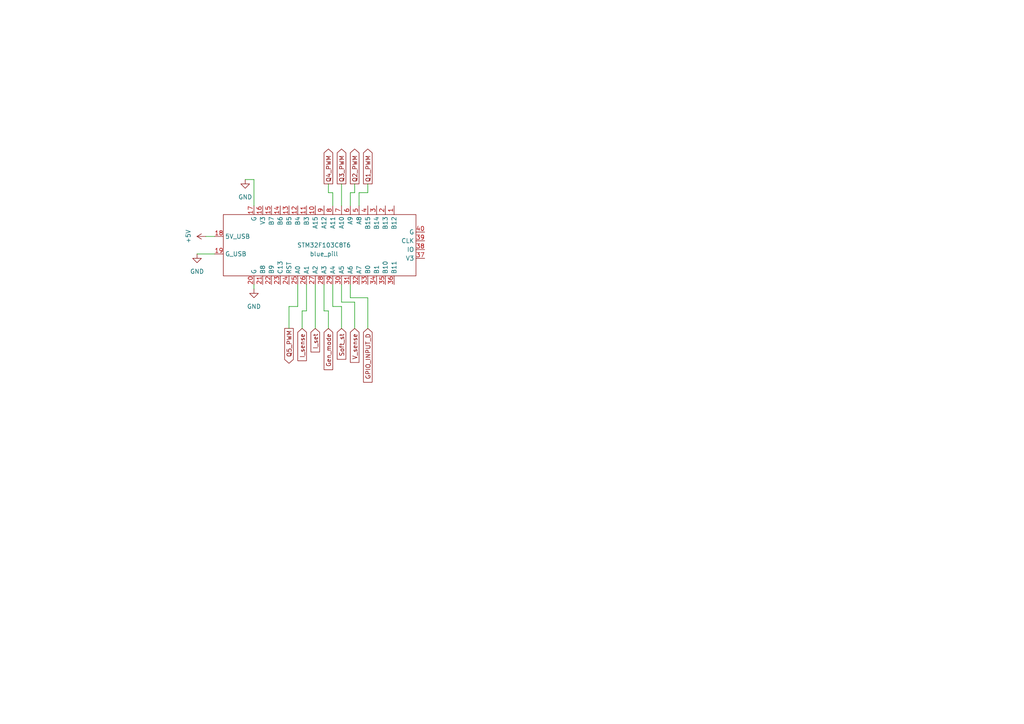
<source format=kicad_sch>
(kicad_sch (version 20211123) (generator eeschema)
  (paper "A4")
  (lib_symbols
    (symbol "ee463_symbol_library:blue_pill"
      (property "Reference" "STM32F103C8T6" (at 15.24 30.48 0))
      (property "Value" "blue_pill" (at 17.78 27.94 0))
      (symbol "blue_pill_0_1"
        (rectangle (start -8.89 27.94) (end 8.89 -27.94))
      )
      (symbol "blue_pill_1_1"
        (pin bidirectional line (at -11.43 21.59 0) (length 2.54) (name "B12") (number "1"))
        (pin bidirectional line (at -11.43 -1.27 0) (length 2.54) (name "A15") (number "10"))
        (pin bidirectional line (at -11.43 -3.81 0) (length 2.54) (name "B3") (number "11"))
        (pin bidirectional line (at -11.43 -6.35 0) (length 2.54) (name "B4") (number "12"))
        (pin bidirectional line (at -11.43 -8.89 0) (length 2.54) (name "B5") (number "13"))
        (pin bidirectional line (at -11.43 -11.43 0) (length 2.54) (name "B6") (number "14"))
        (pin bidirectional line (at -11.43 -13.97 0) (length 2.54) (name "B7") (number "15"))
        (pin bidirectional line (at -11.43 -16.51 0) (length 2.54) (name "V3") (number "16"))
        (pin bidirectional line (at -11.43 -19.05 0) (length 2.54) (name "G") (number "17"))
        (pin bidirectional line (at -2.54 -30.48 90) (length 2.54) (name "5V_USB") (number "18"))
        (pin bidirectional line (at 2.54 -30.48 90) (length 2.54) (name "G_USB") (number "19"))
        (pin bidirectional line (at -11.43 19.05 0) (length 2.54) (name "B13") (number "2"))
        (pin bidirectional line (at 11.43 -19.05 180) (length 2.54) (name "G") (number "20"))
        (pin bidirectional line (at 11.43 -16.51 180) (length 2.54) (name "B8") (number "21"))
        (pin bidirectional line (at 11.43 -13.97 180) (length 2.54) (name "B9") (number "22"))
        (pin bidirectional line (at 11.43 -11.43 180) (length 2.54) (name "C13") (number "23"))
        (pin bidirectional line (at 11.43 -8.89 180) (length 2.54) (name "RST") (number "24"))
        (pin bidirectional line (at 11.43 -6.35 180) (length 2.54) (name "A0") (number "25"))
        (pin bidirectional line (at 11.43 -3.81 180) (length 2.54) (name "A1") (number "26"))
        (pin bidirectional line (at 11.43 -1.27 180) (length 2.54) (name "A2") (number "27"))
        (pin bidirectional line (at 11.43 1.27 180) (length 2.54) (name "A3") (number "28"))
        (pin bidirectional line (at 11.43 3.81 180) (length 2.54) (name "A4") (number "29"))
        (pin bidirectional line (at -11.43 16.51 0) (length 2.54) (name "B14") (number "3"))
        (pin bidirectional line (at 11.43 6.35 180) (length 2.54) (name "A5") (number "30"))
        (pin bidirectional line (at 11.43 8.89 180) (length 2.54) (name "A6") (number "31"))
        (pin bidirectional line (at 11.43 11.43 180) (length 2.54) (name "A7") (number "32"))
        (pin bidirectional line (at 11.43 13.97 180) (length 2.54) (name "B0") (number "33"))
        (pin bidirectional line (at 11.43 16.51 180) (length 2.54) (name "B1") (number "34"))
        (pin bidirectional line (at 11.43 19.05 180) (length 2.54) (name "B10") (number "35"))
        (pin bidirectional line (at 11.43 21.59 180) (length 2.54) (name "B11") (number "36"))
        (pin bidirectional line (at 3.81 30.48 270) (length 2.54) (name "V3") (number "37"))
        (pin bidirectional line (at 1.27 30.48 270) (length 2.54) (name "IO") (number "38"))
        (pin bidirectional line (at -1.27 30.48 270) (length 2.54) (name "CLK") (number "39"))
        (pin bidirectional line (at -11.43 13.97 0) (length 2.54) (name "B15") (number "4"))
        (pin bidirectional line (at -3.81 30.48 270) (length 2.54) (name "G") (number "40"))
        (pin bidirectional line (at -11.43 11.43 0) (length 2.54) (name "A8") (number "5"))
        (pin bidirectional line (at -11.43 8.89 0) (length 2.54) (name "A9") (number "6"))
        (pin bidirectional line (at -11.43 6.35 0) (length 2.54) (name "A10") (number "7"))
        (pin bidirectional line (at -11.43 3.81 0) (length 2.54) (name "A11") (number "8"))
        (pin bidirectional line (at -11.43 1.27 0) (length 2.54) (name "A12") (number "9"))
      )
    )
    (symbol "power:+5V" (power) (pin_names (offset 0))
      (property "Value" "+5V" (at 0 3.556 0))
      (symbol "+5V_0_1"
        (polyline (pts (xy -0.762 1.27) (xy 0 2.54)))
        (polyline (pts (xy 0 0) (xy 0 2.54)))
        (polyline (pts (xy 0 2.54) (xy 0.762 1.27)))
      )
      (symbol "+5V_1_1"
        (pin power_in line (at 0 0 90) (length 0) hide (name "+5V") (number "1"))
      )
    )
    (symbol "power:GND" (power) (pin_names (offset 0))
      (property "Value" "GND" (at 0 -3.81 0))
      (symbol "GND_0_1"
        (polyline (pts (xy 0 0) (xy 0 -1.27) (xy 1.27 -1.27) (xy 0 -2.54) (xy -1.27 -1.27) (xy 0 -1.27)))
      )
      (symbol "GND_1_1"
        (pin power_in line (at 0 0 270) (length 0) hide (name "GND") (number "1"))
      )
    )
  )
  (wire (pts (xy 101.6 86.36) (xy 106.68 86.36)))
  (wire (pts (xy 96.52 88.9) (xy 99.06 88.9)))
  (wire (pts (xy 102.87 87.63) (xy 102.87 95.25)))
  (wire (pts (xy 99.06 82.55) (xy 99.06 87.63)))
  (wire (pts (xy 59.69 68.58) (xy 62.23 68.58)))
  (wire (pts (xy 83.82 88.9) (xy 83.82 95.25)))
  (wire (pts (xy 95.25 95.25) (xy 95.25 90.17)))
  (wire (pts (xy 93.98 90.17) (xy 93.98 82.55)))
  (wire (pts (xy 88.9 90.17) (xy 87.63 90.17)))
  (wire (pts (xy 101.6 55.88) (xy 102.87 55.88)))
  (wire (pts (xy 95.25 90.17) (xy 93.98 90.17)))
  (wire (pts (xy 104.14 55.88) (xy 104.14 59.69)))
  (wire (pts (xy 106.68 55.88) (xy 106.68 53.34)))
  (wire (pts (xy 88.9 82.55) (xy 88.9 90.17)))
  (wire (pts (xy 101.6 82.55) (xy 101.6 86.36)))
  (wire (pts (xy 106.68 86.36) (xy 106.68 95.25)))
  (wire (pts (xy 104.14 55.88) (xy 106.68 55.88)))
  (wire (pts (xy 96.52 59.69) (xy 96.52 55.88)))
  (wire (pts (xy 102.87 55.88) (xy 102.87 53.34)))
  (wire (pts (xy 73.66 52.07) (xy 71.12 52.07)))
  (wire (pts (xy 95.25 53.34) (xy 95.25 55.88)))
  (wire (pts (xy 96.52 55.88) (xy 95.25 55.88)))
  (wire (pts (xy 86.36 82.55) (xy 86.36 88.9)))
  (wire (pts (xy 83.82 88.9) (xy 86.36 88.9)))
  (wire (pts (xy 99.06 87.63) (xy 102.87 87.63)))
  (wire (pts (xy 91.44 82.55) (xy 91.44 95.25)))
  (wire (pts (xy 73.66 82.55) (xy 73.66 83.82)))
  (wire (pts (xy 99.06 53.34) (xy 99.06 59.69)))
  (wire (pts (xy 73.66 59.69) (xy 73.66 52.07)))
  (wire (pts (xy 87.63 90.17) (xy 87.63 95.25)))
  (wire (pts (xy 57.15 73.66) (xy 62.23 73.66)))
  (wire (pts (xy 101.6 59.69) (xy 101.6 55.88)))
  (wire (pts (xy 96.52 82.55) (xy 96.52 88.9)))
  (wire (pts (xy 99.06 88.9) (xy 99.06 95.25)))
  (global_label "Q1_PWM" (shape output) (at 106.68 53.34 90) (property "Intersheet References" "${INTERSHEET_REFS}" (effects hide)))
  (global_label "Q2_PWM" (shape output) (at 102.87 53.34 90) (property "Intersheet References" "${INTERSHEET_REFS}" (effects hide)))
  (global_label "Soft_st" (shape input) (at 99.06 95.25 270) (property "Intersheet References" "${INTERSHEET_REFS}" (effects hide)))
  (global_label "I_sense" (shape input) (at 87.63 95.25 270) (property "Intersheet References" "${INTERSHEET_REFS}" (effects hide)))
  (global_label "Gen_mode" (shape input) (at 95.25 95.25 270) (property "Intersheet References" "${INTERSHEET_REFS}" (effects hide)))
  (global_label "GPIO_INPUT_D" (shape input) (at 106.68 95.25 270) (property "Intersheet References" "${INTERSHEET_REFS}" (effects hide)))
  (global_label "Q5_PWM" (shape output) (at 83.82 95.25 270) (property "Intersheet References" "${INTERSHEET_REFS}" (effects hide)))
  (global_label "Q3_PWM" (shape output) (at 99.06 53.34 90) (property "Intersheet References" "${INTERSHEET_REFS}" (effects hide)))
  (global_label "Q4_PWM" (shape output) (at 95.25 53.34 90) (property "Intersheet References" "${INTERSHEET_REFS}" (effects hide)))
  (global_label "V_sense" (shape input) (at 102.87 95.25 270) (property "Intersheet References" "${INTERSHEET_REFS}" (effects hide)))
  (global_label "I_set" (shape input) (at 91.44 95.25 270) (property "Intersheet References" "${INTERSHEET_REFS}" (effects hide)))
  (symbol (lib_id "ee463_symbol_library:blue_pill") (at 92.71 71.12 270) (unit 1)
    (property "Reference" "STM32F103C8T6" (at 93.98 71.12 90))
    (property "Value" "blue_pill" (at 93.98 73.66 90))
    (property "Footprint" "ee463_footprint_lib:blue_pill" (effects hide))
  )
  (symbol (lib_id "power:+5V") (at 59.69 68.58 90) (unit 1)
    (property "Reference" "#PWR?" (effects hide))
    (property "Value" "+5V" (at 54.61 68.58 0))
  )
  (symbol (lib_id "power:GND") (at 71.12 52.07 0) (unit 1)
    (property "Reference" "#PWR09" (effects hide))
    (property "Value" "GND" (at 71.12 57.15 0))
  )
  (symbol (lib_id "power:GND") (at 57.15 73.66 0) (unit 1)
    (property "Reference" "#PWR?" (effects hide))
    (property "Value" "GND" (at 57.15 78.74 0))
  )
  (symbol (lib_id "power:GND") (at 73.66 83.82 0) (unit 1)
    (property "Reference" "#PWR011" (effects hide))
    (property "Value" "GND" (at 73.66 88.9 0))
  )
)
</source>
